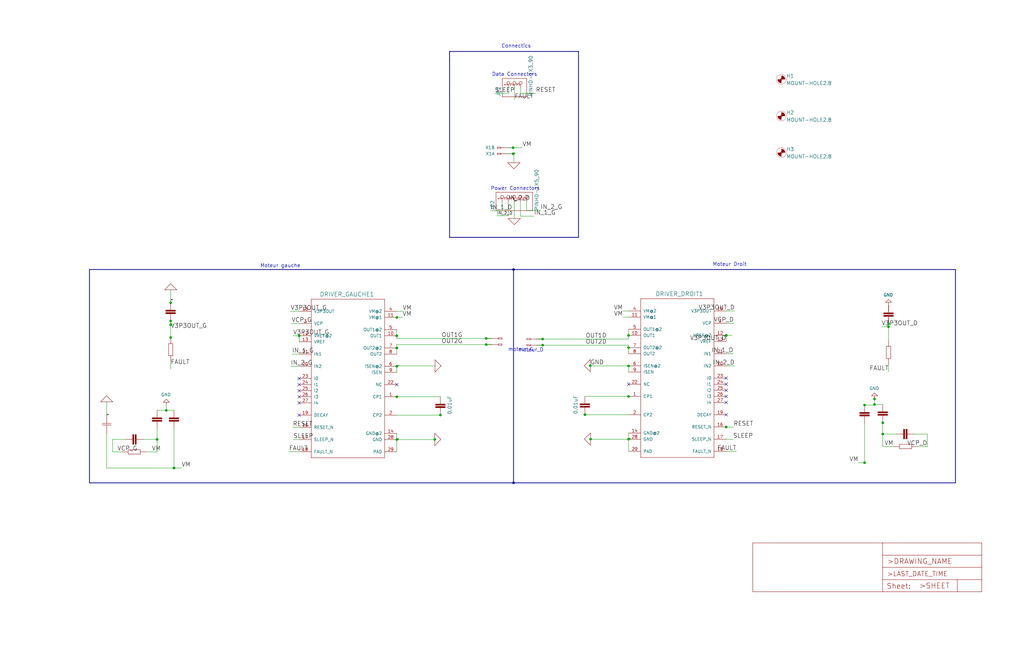
<source format=kicad_sch>
(kicad_sch (version 20211123) (generator eeschema)
  (paper "User" 426.06 271.374)
  (lib_symbols
    (symbol "PontHComplet_MK2-eagle-import:865060557008CAP_60557008_WRE-M" (pin_names (offset 1.016))
      (property "Reference" "C" (at -4.0894 2.0828 0))
      (property "Value" "865060557008CAP_60557008_WRE-M" (at -5.1562 -5.5372 0))
      (symbol "865060557008CAP_60557008_WRE-M_1_0"
        (polyline (pts (xy 2.54 0) (xy 3.4798 0)))
        (polyline (pts (xy 3.4798 -1.905) (xy 3.4798 0)))
        (polyline (pts (xy 3.4798 0) (xy 3.4798 1.905)))
        (polyline (pts (xy 4.1148 -1.905) (xy 4.1148 0)))
        (polyline (pts (xy 4.1148 0) (xy 4.1148 1.905)))
        (polyline (pts (xy 4.1148 0) (xy 5.08 0)))
        (pin passive line (at 0 0 0) (length 2.54) (name "1") (number "1"))
        (pin passive line (at 7.62 0 180) (length 2.54) (name "2") (number "2"))
      )
    )
    (symbol "PontHComplet_MK2-eagle-import:A3L-LOC" (pin_names (offset 1.016))
      (symbol "A3L-LOC_1_0"
        (polyline (pts (xy 288.29 3.81) (xy 288.29 24.13)))
        (polyline (pts (xy 288.29 3.81) (xy 342.265 3.81)))
        (polyline (pts (xy 288.29 24.13) (xy 342.265 24.13)))
        (polyline (pts (xy 342.265 3.81) (xy 373.38 3.81)))
        (polyline (pts (xy 342.265 8.89) (xy 342.265 3.81)))
        (polyline (pts (xy 342.265 8.89) (xy 342.265 13.97)))
        (polyline (pts (xy 342.265 13.97) (xy 342.265 19.05)))
        (polyline (pts (xy 342.265 13.97) (xy 383.54 13.97)))
        (polyline (pts (xy 342.265 19.05) (xy 342.265 24.13)))
        (polyline (pts (xy 342.265 19.05) (xy 383.54 19.05)))
        (polyline (pts (xy 342.265 24.13) (xy 383.54 24.13)))
        (polyline (pts (xy 373.38 3.81) (xy 373.38 8.89)))
        (polyline (pts (xy 373.38 3.81) (xy 383.54 3.81)))
        (polyline (pts (xy 373.38 8.89) (xy 342.265 8.89)))
        (polyline (pts (xy 373.38 8.89) (xy 383.54 8.89)))
        (polyline (pts (xy 383.54 3.81) (xy 383.54 8.89)))
        (polyline (pts (xy 383.54 8.89) (xy 383.54 13.97)))
        (polyline (pts (xy 383.54 13.97) (xy 383.54 19.05)))
        (polyline (pts (xy 383.54 19.05) (xy 383.54 24.13)))
        (text ">DRAWING_NAME" (at 344.17 15.24 0) (effects (font (size 2.159 2.159)) (justify left bottom)))
        (text ">LAST_DATE_TIME" (at 344.17 10.16 0) (effects (font (size 1.9304 1.9304)) (justify left bottom)))
        (text ">SHEET" (at 357.505 5.08 0) (effects (font (size 2.159 2.159)) (justify left bottom)))
        (text "Sheet:" (at 343.916 4.953 0) (effects (font (size 2.159 2.159)) (justify left bottom)))
      )
    )
    (symbol "PontHComplet_MK2-eagle-import:C-EUC1206K" (pin_names (offset 1.016))
      (property "Reference" "C" (at 1.524 0.381 0))
      (property "Value" "C-EUC1206K" (at 1.524 -4.699 0))
      (symbol "C-EUC1206K_1_0"
        (rectangle (start -2.032 -2.032) (end 2.032 -1.524) (fill (type outline)))
        (rectangle (start -2.032 -1.016) (end 2.032 -0.508) (fill (type outline)))
        (polyline (pts (xy 0 -2.54) (xy 0 -2.032)))
        (polyline (pts (xy 0 0) (xy 0 -0.508)))
        (pin passive line (at 0 2.54 270) (length 2.54) (name "1") (number "1"))
        (pin passive line (at 0 -5.08 90) (length 2.54) (name "2") (number "2"))
      )
    )
    (symbol "PontHComplet_MK2-eagle-import:DRV8842PWPRPWP0028C_M" (pin_names (offset 1.016))
      (property "Reference" "U" (at -4.7244 1.4986 0))
      (property "Value" "DRV8842PWPRPWP0028C_M" (at -5.3594 -1.0414 0))
      (symbol "DRV8842PWPRPWP0028C_M_1_0"
        (polyline (pts (xy -15.24 -33.02) (xy 15.24 -33.02)))
        (polyline (pts (xy -15.24 33.02) (xy -15.24 -33.02)))
        (polyline (pts (xy 15.24 -33.02) (xy 15.24 33.02)))
        (polyline (pts (xy 15.24 33.02) (xy -15.24 33.02)))
        (pin passive line (at 20.32 -7.62 180) (length 5.08) (name "CP1") (number "1"))
        (pin output line (at 20.32 17.78 180) (length 5.08) (name "OUT1") (number "10"))
        (pin power_in line (at 20.32 25.4 180) (length 5.08) (name "VM@1") (number "11"))
        (pin input line (at -20.32 17.78 0) (length 5.08) (name "VREF@2") (number "12"))
        (pin input line (at -20.32 15.24 0) (length 5.08) (name "VREF") (number "13"))
        (pin power_in line (at 20.32 -22.86 180) (length 5.08) (name "GND@2") (number "14"))
        (pin power_in line (at -20.32 27.94 0) (length 5.08) (name "V3P3OUT") (number "15"))
        (pin input line (at -20.32 -20.32 0) (length 5.08) (name "RESET_N") (number "16"))
        (pin input line (at -20.32 -25.4 0) (length 5.08) (name "SLEEP_N") (number "17"))
        (pin open_collector line (at -20.32 -30.48 0) (length 5.08) (name "FAULT_N") (number "18"))
        (pin input line (at -20.32 -15.24 0) (length 5.08) (name "DECAY") (number "19"))
        (pin passive line (at 20.32 -15.24 180) (length 5.08) (name "CP2") (number "2"))
        (pin input line (at -20.32 5.08 0) (length 5.08) (name "IN2") (number "20"))
        (pin input line (at -20.32 10.16 0) (length 5.08) (name "IN1") (number "21"))
        (pin passive line (at 20.32 -2.54 180) (length 5.08) (name "NC") (number "22"))
        (pin input line (at -20.32 0 0) (length 5.08) (name "I0") (number "23"))
        (pin input line (at -20.32 -2.54 0) (length 5.08) (name "I1") (number "24"))
        (pin input line (at -20.32 -5.08 0) (length 5.08) (name "I2") (number "25"))
        (pin input line (at -20.32 -7.62 0) (length 5.08) (name "I3") (number "26"))
        (pin input line (at -20.32 -10.16 0) (length 5.08) (name "I4") (number "27"))
        (pin power_in line (at 20.32 -25.4 180) (length 5.08) (name "GND") (number "28"))
        (pin power_in line (at 20.32 -30.48 180) (length 5.08) (name "PAD") (number "29"))
        (pin power_in line (at -20.32 22.86 0) (length 5.08) (name "VCP") (number "3"))
        (pin power_in line (at 20.32 27.94 180) (length 5.08) (name "VM@2") (number "4"))
        (pin output line (at 20.32 20.32 180) (length 5.08) (name "OUT1@2") (number "5"))
        (pin bidirectional line (at 20.32 5.08 180) (length 5.08) (name "ISEN@2") (number "6"))
        (pin output line (at 20.32 12.7 180) (length 5.08) (name "OUT2@2") (number "7"))
        (pin output line (at 20.32 10.16 180) (length 5.08) (name "OUT2") (number "8"))
        (pin bidirectional line (at 20.32 2.54 180) (length 5.08) (name "ISEN") (number "9"))
      )
    )
    (symbol "PontHComplet_MK2-eagle-import:GND" (power) (pin_names (offset 1.016))
      (symbol "GND_1_0"
        (polyline (pts (xy -2.54 0) (xy 2.54 0)))
        (polyline (pts (xy 0 -2.54) (xy -2.54 0)))
        (polyline (pts (xy 2.54 0) (xy 0 -2.54)))
        (pin power_in line (at 0 0 0) (length 0) (name "0") (number "1"))
      )
    )
    (symbol "PontHComplet_MK2-eagle-import:MOUNT-HOLE2.8" (pin_names (offset 1.016))
      (property "Reference" "H" (at 2.032 0.5842 0))
      (property "Value" "MOUNT-HOLE2.8" (at 2.032 -2.4638 0))
      (symbol "MOUNT-HOLE2.8_1_0"
        (arc (start -1.524 0) (mid -1.0776 -1.0776) (end 0 -1.524) (stroke (width 0.0254)) (fill (type outline)))
        (polyline (pts (xy -0.508 0) (xy 0.508 0)))
        (polyline (pts (xy 0 0.508) (xy 0 -0.508)))
        (circle (center 0 0) (radius 0.508) (stroke (width 0.0508)))
        (circle (center 0 0) (radius 2.032) (stroke (width 0.0508)))
        (arc (start 1.524 0) (mid 1.0776 1.0776) (end 0 1.524) (stroke (width 0.0254)) (fill (type outline)))
      )
    )
    (symbol "PontHComplet_MK2-eagle-import:PINHD-1X3_90" (pin_names (offset 1.016))
      (property "Reference" "JP" (at -6.35 5.715 0))
      (property "Value" "PINHD-1X3_90" (at -6.35 -7.62 0))
      (symbol "PINHD-1X3_90_1_0"
        (polyline (pts (xy -6.35 -5.08) (xy 1.27 -5.08)))
        (polyline (pts (xy -6.35 5.08) (xy -6.35 -5.08)))
        (polyline (pts (xy 1.27 -5.08) (xy 1.27 5.08)))
        (polyline (pts (xy 1.27 5.08) (xy -6.35 5.08)))
        (pin passive inverted (at -2.54 2.54 0) (length 2.54) (name "1") (number "1"))
        (pin passive inverted (at -2.54 0 0) (length 2.54) (name "2") (number "2"))
        (pin passive inverted (at -2.54 -2.54 0) (length 2.54) (name "3") (number "3"))
      )
    )
    (symbol "PontHComplet_MK2-eagle-import:PINHD-1X5_90" (pin_names (offset 1.016))
      (property "Reference" "JP" (at -6.35 8.255 0))
      (property "Value" "PINHD-1X5_90" (at -6.35 -10.16 0))
      (symbol "PINHD-1X5_90_1_0"
        (polyline (pts (xy -6.35 -7.62) (xy 1.27 -7.62)))
        (polyline (pts (xy -6.35 7.62) (xy -6.35 -7.62)))
        (polyline (pts (xy 1.27 -7.62) (xy 1.27 7.62)))
        (polyline (pts (xy 1.27 7.62) (xy -6.35 7.62)))
        (pin passive inverted (at -2.54 5.08 0) (length 2.54) (name "1") (number "1"))
        (pin passive inverted (at -2.54 2.54 0) (length 2.54) (name "2") (number "2"))
        (pin passive inverted (at -2.54 0 0) (length 2.54) (name "3") (number "3"))
        (pin passive inverted (at -2.54 -2.54 0) (length 2.54) (name "4") (number "4"))
        (pin passive inverted (at -2.54 -5.08 0) (length 2.54) (name "5") (number "5"))
      )
    )
    (symbol "PontHComplet_MK2-eagle-import:R-EU_R1206W" (pin_names (offset 1.016))
      (property "Reference" "R" (at -3.81 1.4986 0))
      (property "Value" "R-EU_R1206W" (at -3.81 -3.302 0))
      (symbol "R-EU_R1206W_1_0"
        (polyline (pts (xy -2.54 -0.889) (xy -2.54 0.889)))
        (polyline (pts (xy -2.54 -0.889) (xy 2.54 -0.889)))
        (polyline (pts (xy 2.54 -0.889) (xy 2.54 0.889)))
        (polyline (pts (xy 2.54 0.889) (xy -2.54 0.889)))
        (pin passive line (at -5.08 0 0) (length 2.54) (name "1") (number "1"))
        (pin passive line (at 5.08 0 180) (length 2.54) (name "2") (number "2"))
      )
    )
    (symbol "PontHComplet_MK2-eagle-import:WAGO2-255-402-508" (pin_names (offset 1.016))
      (property "Reference" "X" (at 2.54 -0.762 0))
      (symbol "WAGO2-255-402-508_1_0"
        (polyline (pts (xy 0 -0.254) (xy 1.524 -0.254)))
        (polyline (pts (xy 0 0.254) (xy 0 -0.254)))
        (polyline (pts (xy 1.524 -0.254) (xy 1.524 0.254)))
        (polyline (pts (xy 1.524 0.254) (xy 0 0.254)))
        (pin passive line (at -2.54 0 0) (length 2.54) (name "A1") (number "A1"))
        (pin passive line (at -5.08 0 0) (length 2.54) (name "B1") (number "B1"))
      )
      (symbol "WAGO2-255-402-508_2_0"
        (polyline (pts (xy 0 -0.254) (xy 1.524 -0.254)))
        (polyline (pts (xy 0 0.254) (xy 0 -0.254)))
        (polyline (pts (xy 1.524 -0.254) (xy 1.524 0.254)))
        (polyline (pts (xy 1.524 0.254) (xy 0 0.254)))
        (pin passive line (at -2.54 0 0) (length 2.54) (name "A1") (number "A2"))
        (pin passive line (at -5.08 0 0) (length 2.54) (name "B1") (number "B2"))
      )
    )
    (symbol "power:GND" (power) (pin_names (offset 0))
      (property "Value" "GND" (at 0 -3.81 0))
      (symbol "GND_0_1"
        (polyline (pts (xy 0 0) (xy 0 -1.27) (xy 1.27 -1.27) (xy 0 -2.54) (xy -1.27 -1.27) (xy 0 -1.27)))
      )
      (symbol "GND_1_1"
        (pin power_in line (at 0 0 270) (length 0) hide (name "GND") (number "1"))
      )
    )
  )
  (junction (at 369.697 135.9408))
  (junction (at 261.5184 144.6276))
  (junction (at 359.7148 168.529))
  (junction (at 302.1584 177.6476))
  (junction (at 225.7806 143.6116))
  (junction (at 302.1584 139.5476))
  (junction (at 165.1 165.1))
  (junction (at 261.5184 139.5476))
  (junction (at 71.0184 140.4112))
  (junction (at 369.697 134.7216))
  (junction (at 165.1 182.88))
  (junction (at 70.993 135.0772))
  (junction (at 245.7196 182.7022))
  (junction (at 202.2856 140.8176))
  (junction (at 225.7806 141.0716))
  (junction (at 213.487 63.9826))
  (junction (at 213.487 61.4426))
  (junction (at 65.3542 182.8292))
  (junction (at 213.6648 112.141))
  (junction (at 165.1 144.78))
  (junction (at 165.1 132.08))
  (junction (at 363.855 165.989))
  (junction (at 165.1 152.4))
  (junction (at 180.8988 182.8292))
  (junction (at 261.5184 182.7276))
  (junction (at 183.2356 172.6692))
  (junction (at 367.284 175.895))
  (junction (at 72.39 194.7418))
  (junction (at 70.993 133.5786))
  (junction (at 70.993 125.9586))
  (junction (at 124.46 139.7))
  (junction (at 243.3574 172.5422))
  (junction (at 261.5184 152.2476))
  (junction (at 363.855 168.275))
  (junction (at 213.6648 200.8886))
  (junction (at 202.2856 143.3576))
  (junction (at 302.1584 139.573))
  (junction (at 69.1896 170.7642))
  (junction (at 261.5184 164.9476))
  (junction (at 165.1 139.7))
  (junction (at 359.7148 192.5066))
  (junction (at 245.618 152.1206))
  (junction (at 367.284 180.594))
  (no_connect (at 261.5184 159.8676))
  (no_connect (at 302.1584 164.9476))
  (no_connect (at 124.46 157.48))
  (no_connect (at 124.46 160.02))
  (no_connect (at 302.1584 162.4076))
  (no_connect (at 124.46 162.56))
  (no_connect (at 124.46 172.72))
  (no_connect (at 302.1584 157.3276))
  (no_connect (at 302.1584 159.8676))
  (no_connect (at 165.1 160.02))
  (no_connect (at 124.46 165.1))
  (no_connect (at 302.1584 172.5676))
  (no_connect (at 302.1584 167.4876))
  (no_connect (at 124.46 167.64))
  (wire (pts (xy 59.7662 182.8292) (xy 65.3542 182.8292)))
  (wire (pts (xy 124.46 182.88) (xy 122.047 182.88)))
  (wire (pts (xy 367.284 185.801) (xy 371.7036 185.801)))
  (bus (pts (xy 37.2364 112.141) (xy 213.6648 112.141)))
  (wire (pts (xy 261.5184 152.2476) (xy 245.618 152.2476)))
  (bus (pts (xy 213.6648 200.8886) (xy 397.5354 200.8886)))
  (wire (pts (xy 165.1 139.7) (xy 165.1 140.8176)))
  (wire (pts (xy 261.5184 152.2476) (xy 261.5184 154.7876)))
  (bus (pts (xy 213.6648 112.141) (xy 213.6648 200.8886)))
  (wire (pts (xy 261.5184 131.9276) (xy 259.1562 131.9276)))
  (wire (pts (xy 302.1584 134.4676) (xy 305.3334 134.4676)))
  (wire (pts (xy 213.995 83.82) (xy 213.995 90.9066)))
  (wire (pts (xy 44.3738 194.7418) (xy 72.39 194.7418)))
  (wire (pts (xy 165.1 144.78) (xy 165.1 143.3576)))
  (wire (pts (xy 302.1584 182.7276) (xy 305.0032 182.7276)))
  (wire (pts (xy 165.1 152.4) (xy 165.1 154.94)))
  (wire (pts (xy 261.5184 137.0076) (xy 261.5184 139.5476)))
  (wire (pts (xy 70.993 133.5786) (xy 70.993 135.0772)))
  (bus (pts (xy 187.071 21.4122) (xy 240.6904 21.4122)))
  (wire (pts (xy 359.664 168.529) (xy 359.7148 168.529)))
  (wire (pts (xy 372.872 180.594) (xy 367.284 180.594)))
  (wire (pts (xy 208.915 87.7062) (xy 204.0382 87.7062)))
  (wire (pts (xy 369.697 135.9408) (xy 366.776 135.9408)))
  (wire (pts (xy 71.0184 153.5176) (xy 71.0438 153.5176)))
  (wire (pts (xy 302.1584 139.573) (xy 302.1584 142.0876)))
  (wire (pts (xy 359.7148 192.5066) (xy 357.124 192.5066)))
  (wire (pts (xy 183.2356 172.72) (xy 183.2356 172.6692)))
  (wire (pts (xy 124.46 152.4) (xy 120.9548 152.4)))
  (wire (pts (xy 180.8988 182.88) (xy 180.8988 182.8292)))
  (wire (pts (xy 243.3574 164.9222) (xy 261.5184 164.9222)))
  (wire (pts (xy 165.1 187.96) (xy 165.1 182.88)))
  (wire (pts (xy 367.284 175.768) (xy 367.284 175.895)))
  (wire (pts (xy 367.284 175.895) (xy 367.284 180.594)))
  (wire (pts (xy 65.3542 182.8292) (xy 65.3542 188.0362)))
  (wire (pts (xy 359.7148 168.529) (xy 363.855 168.529)))
  (wire (pts (xy 70.993 135.0772) (xy 72.4662 135.0772)))
  (bus (pts (xy 187.071 39.243) (xy 187.071 25.0952)))
  (wire (pts (xy 245.618 152.2476) (xy 245.618 152.1206)))
  (wire (pts (xy 214.0712 36.449) (xy 214.0712 41.5036)))
  (wire (pts (xy 71.1962 133.5786) (xy 70.993 133.5786)))
  (wire (pts (xy 302.1584 139.5476) (xy 302.1584 139.573)))
  (wire (pts (xy 385.826 185.801) (xy 385.826 180.594)))
  (wire (pts (xy 124.46 177.8) (xy 121.8184 177.8)))
  (wire (pts (xy 302.1584 147.1676) (xy 305.1302 147.1676)))
  (wire (pts (xy 165.1 165.0492) (xy 165.1 165.1)))
  (wire (pts (xy 363.855 165.989) (xy 363.855 168.275)))
  (wire (pts (xy 302.1584 177.6984) (xy 305.2064 177.6984)))
  (wire (pts (xy 225.7806 141.0716) (xy 223.2406 141.0716)))
  (wire (pts (xy 44.3738 172.72) (xy 44.3738 167.2082)))
  (wire (pts (xy 219.075 83.82) (xy 219.075 87.5792)))
  (wire (pts (xy 261.5184 147.1676) (xy 261.5184 144.6276)))
  (wire (pts (xy 261.5184 187.8076) (xy 261.5184 182.7276)))
  (wire (pts (xy 216.6112 36.449) (xy 216.6112 38.8112)))
  (wire (pts (xy 243.3574 172.5676) (xy 243.3574 172.5422)))
  (wire (pts (xy 165.1 132.0546) (xy 167.4622 132.0546)))
  (wire (pts (xy 124.46 147.32) (xy 121.4882 147.32)))
  (bus (pts (xy 240.6904 98.7552) (xy 187.071 98.7552)))
  (wire (pts (xy 46.8122 182.8292) (xy 52.1462 182.8292)))
  (wire (pts (xy 245.7196 182.7276) (xy 245.7196 182.7022)))
  (wire (pts (xy 369.4938 134.7216) (xy 369.697 134.7216)))
  (wire (pts (xy 46.8122 188.0362) (xy 46.8122 182.8292)))
  (wire (pts (xy 261.5184 182.7276) (xy 245.7196 182.7276)))
  (wire (pts (xy 210.947 61.4426) (xy 213.487 61.4426)))
  (wire (pts (xy 367.284 168.275) (xy 363.855 168.275)))
  (wire (pts (xy 261.5184 143.6116) (xy 225.7806 143.6116)))
  (wire (pts (xy 363.855 165.862) (xy 363.855 165.989)))
  (wire (pts (xy 360.2228 192.5066) (xy 359.7148 192.5066)))
  (bus (pts (xy 187.071 98.7552) (xy 187.071 39.2684)))
  (wire (pts (xy 302.1584 177.6476) (xy 302.1584 177.6984)))
  (wire (pts (xy 165.1 147.32) (xy 165.1 144.78)))
  (wire (pts (xy 211.5312 36.449) (xy 211.5312 38.9128)))
  (wire (pts (xy 381.8636 185.801) (xy 385.826 185.801)))
  (wire (pts (xy 219.075 87.5792) (xy 224.8916 87.5792)))
  (wire (pts (xy 124.46 139.7) (xy 121.92 139.7)))
  (wire (pts (xy 210.947 63.9826) (xy 213.487 63.9826)))
  (bus (pts (xy 37.2364 200.8886) (xy 213.6648 200.8886)))
  (wire (pts (xy 72.39 194.7418) (xy 75.5142 194.7418)))
  (wire (pts (xy 216.535 89.916) (xy 222.123 89.916)))
  (wire (pts (xy 165.1 182.88) (xy 180.8988 182.88)))
  (wire (pts (xy 211.5312 38.9128) (xy 205.8162 38.9128)))
  (wire (pts (xy 261.5184 164.9222) (xy 261.5184 164.9476)))
  (wire (pts (xy 305.3334 134.4676) (xy 305.3334 134.4422)))
  (wire (pts (xy 124.46 129.54) (xy 120.904 129.54)))
  (wire (pts (xy 363.855 168.275) (xy 363.855 168.529)))
  (wire (pts (xy 124.46 139.7) (xy 124.46 142.24)))
  (wire (pts (xy 183.2356 165.0492) (xy 165.1 165.0492)))
  (wire (pts (xy 165.1 140.8176) (xy 202.2856 140.8176)))
  (wire (pts (xy 359.7148 192.5066) (xy 359.7148 176.149)))
  (wire (pts (xy 121.285 134.62) (xy 121.285 134.5692)))
  (wire (pts (xy 211.455 89.7382) (xy 206.756 89.7382)))
  (wire (pts (xy 261.5184 129.3876) (xy 259.1054 129.3876)))
  (wire (pts (xy 225.7806 141.0716) (xy 261.5184 141.0716)))
  (wire (pts (xy 165.1 172.72) (xy 183.2356 172.72)))
  (wire (pts (xy 44.3738 180.34) (xy 44.3738 194.7418)))
  (wire (pts (xy 302.1584 139.573) (xy 304.673 139.573)))
  (wire (pts (xy 305.0032 182.7276) (xy 305.0032 182.753)))
  (wire (pts (xy 70.993 125.9586) (xy 71.0184 125.8316)))
  (wire (pts (xy 124.46 134.62) (xy 121.285 134.62)))
  (wire (pts (xy 165.1 137.16) (xy 165.1 139.7)))
  (wire (pts (xy 302.1584 187.8076) (xy 306.4002 187.8076)))
  (wire (pts (xy 65.3542 170.7642) (xy 69.1896 170.7642)))
  (wire (pts (xy 202.2856 140.8176) (xy 204.8256 140.8176)))
  (wire (pts (xy 216.535 83.82) (xy 216.535 89.916)))
  (wire (pts (xy 69.1896 168.6052) (xy 69.1896 170.7642)))
  (wire (pts (xy 261.5184 172.5676) (xy 243.3574 172.5676)))
  (bus (pts (xy 213.6648 112.141) (xy 397.5354 112.141)))
  (wire (pts (xy 261.5184 144.6276) (xy 261.5184 143.6116)))
  (wire (pts (xy 302.1584 129.3876) (xy 305.689 129.3876)))
  (wire (pts (xy 211.455 83.82) (xy 211.455 89.7382)))
  (wire (pts (xy 71.0184 140.4112) (xy 70.993 140.4112)))
  (wire (pts (xy 369.697 134.7216) (xy 369.697 135.9408)))
  (wire (pts (xy 369.697 154.6352) (xy 369.6716 154.6352)))
  (wire (pts (xy 165.1 129.54) (xy 167.4876 129.54)))
  (wire (pts (xy 165.1 152.2476) (xy 181.0004 152.2476)))
  (wire (pts (xy 369.697 127.127) (xy 369.697 127.1016)))
  (wire (pts (xy 216.6112 38.8112) (xy 222.9104 38.8112)))
  (wire (pts (xy 71.0184 150.5712) (xy 71.0184 153.5176)))
  (wire (pts (xy 65.3542 188.0362) (xy 60.9346 188.0362)))
  (bus (pts (xy 187.071 25.0698) (xy 187.071 21.4122)))
  (wire (pts (xy 165.1 152.4) (xy 165.1 152.2476)))
  (wire (pts (xy 367.284 180.594) (xy 367.284 185.801)))
  (wire (pts (xy 71.0184 120.5992) (xy 71.0184 125.8316)))
  (wire (pts (xy 165.1 132.08) (xy 165.1 132.0546)))
  (wire (pts (xy 213.487 61.4426) (xy 217.3478 61.4426)))
  (wire (pts (xy 369.697 151.7142) (xy 369.697 154.6352)))
  (wire (pts (xy 165.1 182.88) (xy 165.1 180.34)))
  (wire (pts (xy 69.1896 170.7642) (xy 72.39 170.7642)))
  (wire (pts (xy 165.1 143.3576) (xy 202.2856 143.3576)))
  (wire (pts (xy 70.993 135.0772) (xy 70.993 140.4112)))
  (wire (pts (xy 385.826 180.594) (xy 380.492 180.594)))
  (bus (pts (xy 37.2364 112.141) (xy 37.2364 200.8886)))
  (wire (pts (xy 225.7806 143.6116) (xy 223.2406 143.6116)))
  (wire (pts (xy 202.2856 143.3576) (xy 204.8256 143.3576)))
  (bus (pts (xy 240.6904 21.4122) (xy 240.6904 98.7552)))
  (wire (pts (xy 50.7746 188.0362) (xy 46.8122 188.0362)))
  (wire (pts (xy 124.46 187.96) (xy 120.2182 187.96)))
  (bus (pts (xy 397.5354 112.141) (xy 397.5354 200.8886)))
  (wire (pts (xy 302.1584 152.2476) (xy 305.6636 152.2476)))
  (wire (pts (xy 261.5184 182.7276) (xy 261.5184 180.1876)))
  (wire (pts (xy 261.5184 141.0716) (xy 261.5184 139.5476)))
  (wire (pts (xy 208.915 83.82) (xy 208.915 87.7062)))
  (wire (pts (xy 213.487 63.9826) (xy 213.8172 63.9826)))
  (wire (pts (xy 369.697 135.9408) (xy 369.697 141.5542)))
  (wire (pts (xy 65.3542 178.3842) (xy 65.3542 182.8292)))
  (wire (pts (xy 213.8172 63.9826) (xy 213.8172 67.7164)))
  (wire (pts (xy 261.5184 152.2476) (xy 261.5184 152.1206)))
  (wire (pts (xy 72.39 194.7418) (xy 72.39 178.3842)))
  (text "Moteur gauche" (at 108.2294 111.5314 0) (effects (font (size 1.4986 1.4986)) (justify left bottom)))
  (text "Connectics" (at 208.5594 20.1422 0) (effects (font (size 1.4986 1.4986)) (justify left bottom)))
  (text "Moteur Droit" (at 296.4942 110.9726 0) (effects (font (size 1.4986 1.4986)) (justify left bottom)))
  (text "Data Connectors" (at 204.6732 31.9024 0) (effects (font (size 1.4986 1.4986)) (justify left bottom)))
  (text "Power Connectors" (at 204.1652 79.375 0) (effects (font (size 1.4986 1.4986)) (justify left bottom)))
  (text "moteur_G" (at 211.3788 146.3802 0) (effects (font (size 1.4986 1.4986)) (justify left bottom)))
  (text "moteur_D" (at 215.6206 146.5326 0) (effects (font (size 1.4986 1.4986)) (justify left bottom)))
  (label "IN_1_D" (at 204.0382 87.7062 0) (effects (font (size 1.778 1.778))))
  (label "V3P3OUT_D" (at 305.689 129.3876 180) (effects (font (size 1.778 1.778))))
  (label "GND" (at 245.618 152.1968 0) (effects (font (size 1.778 1.778))))
  (label "RESET" (at 305.2064 177.6984 0) (effects (font (size 1.778 1.778))))
  (label "IN_2_G" (at 224.8916 87.5792 0) (effects (font (size 1.778 1.778))))
  (label "GND" (at 213.487 63.9826 0) (effects (font (size 0.254 0.254))))
  (label "IN_2_D" (at 206.756 89.7382 0))
  (label "GND" (at 165.1 152.4 0) (effects (font (size 0.254 0.254))))
  (label "FAULT" (at 71.0184 152.0444 0) (effects (font (size 1.778 1.778))))
  (label "VM" (at 371.7036 185.801 180) (effects (font (size 1.778 1.778))))
  (label "OUT2D" (at 243.6622 143.6116 0) (effects (font (size 1.778 1.778))))
  (label "VCP_G" (at 121.285 134.5692 0) (effects (font (size 1.778 1.778))))
  (label "IN_1_G" (at 121.4882 147.32 0) (effects (font (size 1.778 1.778))))
  (label "VM" (at 259.1562 131.9276 180) (effects (font (size 1.778 1.778))))
  (label "VCP_D" (at 305.3334 134.4676 180) (effects (font (size 1.778 1.778))))
  (label "GND" (at 213.995 83.82 0) (effects (font (size 0.254 0.254))))
  (label "SLEEP" (at 305.0032 182.7276 0) (effects (font (size 1.778 1.778))))
  (label "IN_2_D" (at 211.455 83.82 0) (effects (font (size 1.778 1.778))))
  (label "IN_1_G" (at 222.123 89.916 0) (effects (font (size 1.778 1.778))))
  (label "VM" (at 167.4876 129.54 0) (effects (font (size 1.778 1.778))))
  (label "GND" (at 261.5184 182.7276 0) (effects (font (size 0.254 0.254))))
  (label "SLEEP" (at 205.8162 38.9128 0) (effects (font (size 1.778 1.778))))
  (label "V3P3OUT_D" (at 366.776 135.9408 0) (effects (font (size 1.778 1.778))))
  (label "V3P3OUT_G" (at 120.904 129.54 0) (effects (font (size 1.778 1.778))))
  (label "IN_2_G" (at 120.9548 152.4 0) (effects (font (size 1.778 1.778))))
  (label "V3P3OUT_D" (at 302.1584 142.0876 180) (effects (font (size 1.778 1.778))))
  (label "VCP_G" (at 48.7934 188.0362 0) (effects (font (size 1.778 1.778))))
  (label "RESET" (at 222.9104 38.8112 0) (effects (font (size 1.778 1.778))))
  (label "FAULT" (at 369.697 154.6352 180) (effects (font (size 1.778 1.778))))
  (label "VM" (at 167.4622 132.0546 0) (effects (font (size 1.778 1.778))))
  (label "VM" (at 259.1054 129.3876 180) (effects (font (size 1.778 1.778))))
  (label "V3P3OUT_G" (at 70.993 137.0076 0) (effects (font (size 1.778 1.778))))
  (label "IN_2_D" (at 305.6636 152.2476 180) (effects (font (size 1.778 1.778))))
  (label "VM" (at 63.1444 188.0362 0) (effects (font (size 1.778 1.778))))
  (label "GND" (at 44.3738 172.72 0) (effects (font (size 0.254 0.254))))
  (label "GND" (at 165.1 182.88 0) (effects (font (size 0.254 0.254))))
  (label "OUT1G" (at 183.6928 140.8176 0) (effects (font (size 1.778 1.778))))
  (label "VM" (at 357.124 192.5066 180) (effects (font (size 1.778 1.778))))
  (label "VCP_D" (at 385.826 185.801 180) (effects (font (size 1.778 1.778))))
  (label "V3P3OUT_G" (at 121.92 139.7 0) (effects (font (size 1.778 1.778))))
  (label "GND" (at 71.0184 124.9172 0) (effects (font (size 0.254 0.254))))
  (label "FAULT" (at 306.4002 187.8076 180) (effects (font (size 1.778 1.778))))
  (label "SLEEP" (at 122.047 182.88 0) (effects (font (size 1.778 1.778))))
  (label "OUT1D" (at 243.6368 141.0716 0) (effects (font (size 1.778 1.778))))
  (label "IN_1_D" (at 305.1302 147.1676 180) (effects (font (size 1.778 1.778))))
  (label "OUT2G" (at 183.6928 143.3576 0) (effects (font (size 1.778 1.778))))
  (label "FAULT" (at 120.2182 187.96 0) (effects (font (size 1.778 1.778))))
  (label "VM" (at 217.3478 61.4426 0) (effects (font (size 1.778 1.778))))
  (label "VM" (at 75.5142 194.7418 0) (effects (font (size 1.778 1.778))))
  (label "FAULT" (at 214.0712 41.5036 0) (effects (font (size 1.778 1.778))))
  (label "RESET" (at 121.8184 177.8 0) (effects (font (size 1.778 1.778))))
  (symbol (lib_id "PontHComplet_MK2-eagle-import:C-EUC1206K") (at 369.697 129.6416 0) (mirror y) (unit 1)
    (property "Reference" "D8" (effects hide))
    (property "Value" "0.47uF" (effects hide))
    (property "Footprint" "PontHComplet_MK2:C1206K" (effects hide))
  )
  (symbol (lib_id "PontHComplet_MK2-eagle-import:GND") (at 180.8988 182.8292 90) (unit 1)
    (property "Reference" "#X_01" (effects hide))
    (property "Value" "GND" (effects hide))
  )
  (symbol (lib_id "PontHComplet_MK2-eagle-import:C-EUC1206K") (at 243.3574 167.4622 0) (mirror y) (unit 1)
    (property "Reference" "D10" (effects hide))
    (property "Value" "0.01uF" (at 238.633 172.3644 90) (effects (font (size 1.4986 1.4986)) (justify left bottom)))
    (property "Footprint" "PontHComplet_MK2:C1206K" (effects hide))
  )
  (symbol (lib_id "PontHComplet_MK2-eagle-import:GND") (at 245.7196 182.7022 270) (mirror x) (unit 1)
    (property "Reference" "#X_07" (effects hide))
    (property "Value" "GND" (effects hide))
  )
  (symbol (lib_id "PontHComplet_MK2-eagle-import:C-EUC1206K") (at 183.2356 167.5892 0) (unit 1)
    (property "Reference" "G11" (effects hide))
    (property "Value" "0.01uF" (at 187.96 172.4914 90) (effects (font (size 1.4986 1.4986)) (justify left bottom)))
    (property "Footprint" "PontHComplet_MK2:C1206K" (effects hide))
  )
  (symbol (lib_id "PontHComplet_MK2-eagle-import:DRV8842PWPRPWP0028C_M") (at 144.78 157.48 0) (unit 1)
    (property "Reference" "DRIVER_GAUCHE1" (at 132.9944 123.444 0) (effects (font (size 1.7526 1.7526)) (justify left bottom)))
    (property "Value" "DRV8842PWPRPWP0028C_M" (effects hide))
    (property "Footprint" "PontHComplet_MK2:PWP0028C_M" (effects hide))
  )
  (symbol (lib_id "PontHComplet_MK2-eagle-import:PINHD-1X3_90") (at 214.0712 33.909 90) (unit 1)
    (property "Reference" "JP1" (at 208.3562 40.259 0) (effects (font (size 1.4986 1.4986)) (justify left bottom)))
    (property "Value" "PINHD-1X3_90" (at 221.6912 40.259 0) (effects (font (size 1.4986 1.4986)) (justify left bottom)))
    (property "Footprint" "PontHComplet_MK2:1X03_90" (effects hide))
  )
  (symbol (lib_id "PontHComplet_MK2-eagle-import:C-EUC1206K") (at 54.6862 182.8292 90) (unit 1)
    (property "Reference" "G4" (effects hide))
    (property "Value" "0.1uF" (effects hide))
    (property "Footprint" "PontHComplet_MK2:C1206K" (effects hide))
  )
  (symbol (lib_id "PontHComplet_MK2-eagle-import:DRV8842PWPRPWP0028C_M") (at 281.8384 157.3276 0) (mirror y) (unit 1)
    (property "Reference" "DRIVER_DROIT1" (at 292.6588 123.2916 0) (effects (font (size 1.7526 1.7526)) (justify left bottom)))
    (property "Value" "DRV8842PWPRPWP0028C_M" (effects hide))
    (property "Footprint" "PontHComplet_MK2:PWP0028C_M" (effects hide))
  )
  (symbol (lib_id "PontHComplet_MK2-eagle-import:GND") (at 181.0004 152.2476 90) (unit 1)
    (property "Reference" "#X_04" (effects hide))
    (property "Value" "GND" (effects hide))
  )
  (symbol (lib_id "PontHComplet_MK2-eagle-import:R-EU_R1206W") (at 369.697 146.6342 270) (mirror x) (unit 1)
    (property "Reference" "D5" (effects hide))
    (property "Value" "10K" (effects hide))
    (property "Footprint" "PontHComplet_MK2:R1206W" (effects hide))
  )
  (symbol (lib_id "PontHComplet_MK2-eagle-import:GND") (at 44.3738 167.2082 180) (unit 1)
    (property "Reference" "#X_016" (effects hide))
    (property "Value" "GND" (effects hide))
  )
  (symbol (lib_id "PontHComplet_MK2-eagle-import:C-EUC1206K") (at 65.3542 173.3042 0) (unit 1)
    (property "Reference" "G1" (effects hide))
    (property "Value" "0.1uF" (effects hide))
    (property "Footprint" "PontHComplet_MK2:C1206K" (effects hide))
  )
  (symbol (lib_id "PontHComplet_MK2-eagle-import:C-EUC1206K") (at 367.284 170.815 0) (mirror y) (unit 1)
    (property "Reference" "D1" (effects hide))
    (property "Value" "0.1uF" (effects hide))
    (property "Footprint" "PontHComplet_MK2:C1206K" (effects hide))
  )
  (symbol (lib_id "PontHComplet_MK2-eagle-import:WAGO2-255-402-508") (at 207.3656 140.8176 0) (unit 1)
    (property "Reference" "MOTEUR_G1" (effects hide))
    (property "Value" "WAGO2-255-402-508" (effects hide))
    (property "Footprint" "PontHComplet_MK2:255-402-508" (effects hide))
  )
  (symbol (lib_id "PontHComplet_MK2-eagle-import:WAGO2-255-402-508") (at 207.3656 143.3576 0) (unit 2)
    (property "Reference" "MOTEUR_G1" (effects hide))
    (property "Value" "WAGO2-255-402-508" (effects hide))
    (property "Footprint" "PontHComplet_MK2:255-402-508" (effects hide))
  )
  (symbol (lib_id "PontHComplet_MK2-eagle-import:MOUNT-HOLE2.8") (at 325.12 33.02 0) (unit 1)
    (property "Reference" "H1" (at 327.152 32.4358 0) (effects (font (size 1.4986 1.4986)) (justify left bottom)))
    (property "Value" "MOUNT-HOLE2.8" (at 327.152 35.4838 0) (effects (font (size 1.4986 1.4986)) (justify left bottom)))
    (property "Footprint" "PontHComplet_MK2:2,8" (effects hide))
  )
  (symbol (lib_id "PontHComplet_MK2-eagle-import:GND") (at 213.995 90.9066 0) (unit 1)
    (property "Reference" "#X_02" (effects hide))
    (property "Value" "GND" (effects hide))
  )
  (symbol (lib_id "PontHComplet_MK2-eagle-import:R-EU_R1206W") (at 71.0184 145.4912 90) (unit 1)
    (property "Reference" "G6" (effects hide))
    (property "Value" "10K" (effects hide))
    (property "Footprint" "PontHComplet_MK2:R1206W" (effects hide))
  )
  (symbol (lib_id "power:GND") (at 369.697 127.127 180) (unit 1)
    (property "Reference" "#PWR0101" (effects hide))
    (property "Value" "GND" (at 369.57 122.7328 0))
  )
  (symbol (lib_id "power:GND") (at 363.855 165.989 180) (unit 1)
    (property "Reference" "#PWR0102" (effects hide))
    (property "Value" "GND" (at 363.728 161.5948 0))
  )
  (symbol (lib_id "power:GND") (at 69.1896 168.6052 180) (unit 1)
    (property "Reference" "#PWR0103" (effects hide))
    (property "Value" "GND" (at 69.0626 164.211 0))
  )
  (symbol (lib_id "PontHComplet_MK2-eagle-import:A3L-LOC") (at 24.9428 250.0376 0) (unit 1)
    (property "Reference" "#FRAME1" (effects hide))
    (property "Value" "A3L-LOC" (effects hide))
  )
  (symbol (lib_id "PontHComplet_MK2-eagle-import:WAGO2-255-402-508") (at 208.407 63.9826 180) (unit 1)
    (property "Reference" "X1" (at 205.867 63.2206 0) (effects (font (size 1.2954 1.2954)) (justify left bottom)))
    (property "Value" "WAGO2-255-402-508" (effects hide))
    (property "Footprint" "PontHComplet_MK2:255-402-508" (effects hide))
  )
  (symbol (lib_id "PontHComplet_MK2-eagle-import:WAGO2-255-402-508") (at 208.407 61.4426 180) (unit 2)
    (property "Reference" "X1" (at 205.867 60.6806 0) (effects (font (size 1.2954 1.2954)) (justify left bottom)))
    (property "Value" "WAGO2-255-402-508" (effects hide))
    (property "Footprint" "PontHComplet_MK2:255-402-508" (effects hide))
  )
  (symbol (lib_id "PontHComplet_MK2-eagle-import:C-EUC1206K") (at 72.39 173.3042 0) (unit 1)
    (property "Reference" "G2" (effects hide))
    (property "Value" "0.1uF" (effects hide))
    (property "Footprint" "PontHComplet_MK2:C1206K" (effects hide))
  )
  (symbol (lib_id "PontHComplet_MK2-eagle-import:865060557008CAP_60557008_WRE-M") (at 44.3738 172.72 270) (unit 1)
    (property "Reference" "G3" (effects hide))
    (property "Value" "220uF" (effects hide))
    (property "Footprint" "PontHComplet_MK2:CAP_60557008_WRE-M" (effects hide))
  )
  (symbol (lib_id "PontHComplet_MK2-eagle-import:C-EUC1206K") (at 70.993 128.4986 0) (unit 1)
    (property "Reference" "G8" (effects hide))
    (property "Value" "0.47uF" (effects hide))
    (property "Footprint" "PontHComplet_MK2:C1206K" (effects hide))
  )
  (symbol (lib_id "PontHComplet_MK2-eagle-import:GND") (at 213.8172 67.7164 0) (unit 1)
    (property "Reference" "#X_03" (effects hide))
    (property "Value" "GND" (effects hide))
  )
  (symbol (lib_id "PontHComplet_MK2-eagle-import:R-EU_R1206W") (at 376.7836 185.801 0) (mirror y) (unit 1)
    (property "Reference" "D4" (effects hide))
    (property "Value" "1M" (effects hide))
    (property "Footprint" "PontHComplet_MK2:R1206W" (effects hide))
  )
  (symbol (lib_id "PontHComplet_MK2-eagle-import:GND") (at 245.618 152.1206 270) (mirror x) (unit 1)
    (property "Reference" "#X_08" (effects hide))
    (property "Value" "GND" (effects hide))
  )
  (symbol (lib_id "PontHComplet_MK2-eagle-import:MOUNT-HOLE2.8") (at 325.12 63.5 0) (unit 1)
    (property "Reference" "H3" (at 327.152 62.9158 0) (effects (font (size 1.4986 1.4986)) (justify left bottom)))
    (property "Value" "MOUNT-HOLE2.8" (at 327.152 65.9638 0) (effects (font (size 1.4986 1.4986)) (justify left bottom)))
    (property "Footprint" "PontHComplet_MK2:2,8" (effects hide))
  )
  (symbol (lib_id "PontHComplet_MK2-eagle-import:GND") (at 71.0184 120.5992 180) (unit 1)
    (property "Reference" "#X_05" (effects hide))
    (property "Value" "GND" (effects hide))
  )
  (symbol (lib_id "PontHComplet_MK2-eagle-import:WAGO2-255-402-508") (at 220.7006 143.6116 180) (unit 1)
    (property "Reference" "MOTEUR_D1" (effects hide))
    (property "Value" "WAGO2-255-402-508" (effects hide))
    (property "Footprint" "PontHComplet_MK2:255-402-508" (effects hide))
  )
  (symbol (lib_id "PontHComplet_MK2-eagle-import:WAGO2-255-402-508") (at 220.7006 141.0716 180) (unit 2)
    (property "Reference" "MOTEUR_D1" (effects hide))
    (property "Value" "WAGO2-255-402-508" (effects hide))
    (property "Footprint" "PontHComplet_MK2:255-402-508" (effects hide))
  )
  (symbol (lib_id "PontHComplet_MK2-eagle-import:C-EUC1206K") (at 359.7148 171.069 0) (mirror y) (unit 1)
    (property "Reference" "D2" (effects hide))
    (property "Value" "0.1uF" (effects hide))
    (property "Footprint" "PontHComplet_MK2:C1206K" (effects hide))
  )
  (symbol (lib_id "PontHComplet_MK2-eagle-import:C-EUC1206K") (at 377.952 180.594 270) (mirror x) (unit 1)
    (property "Reference" "D3" (effects hide))
    (property "Value" "0.1uF" (effects hide))
    (property "Footprint" "PontHComplet_MK2:C1206K" (effects hide))
  )
  (symbol (lib_id "PontHComplet_MK2-eagle-import:R-EU_R1206W") (at 55.8546 188.0362 0) (unit 1)
    (property "Reference" "G5" (effects hide))
    (property "Value" "1M" (effects hide))
    (property "Footprint" "PontHComplet_MK2:R1206W" (effects hide))
  )
  (symbol (lib_id "PontHComplet_MK2-eagle-import:PINHD-1X5_90") (at 213.995 81.28 90) (unit 1)
    (property "Reference" "JP2" (at 205.74 87.63 0) (effects (font (size 1.4986 1.4986)) (justify left bottom)))
    (property "Value" "PINHD-1X5_90" (at 224.155 87.63 0) (effects (font (size 1.4986 1.4986)) (justify left bottom)))
    (property "Footprint" "PontHComplet_MK2:1X05_90" (effects hide))
  )
  (symbol (lib_id "PontHComplet_MK2-eagle-import:MOUNT-HOLE2.8") (at 325.12 48.26 0) (unit 1)
    (property "Reference" "H2" (at 327.152 47.6758 0) (effects (font (size 1.4986 1.4986)) (justify left bottom)))
    (property "Value" "MOUNT-HOLE2.8" (at 327.152 50.7238 0) (effects (font (size 1.4986 1.4986)) (justify left bottom)))
    (property "Footprint" "PontHComplet_MK2:2,8" (effects hide))
  )
)
</source>
